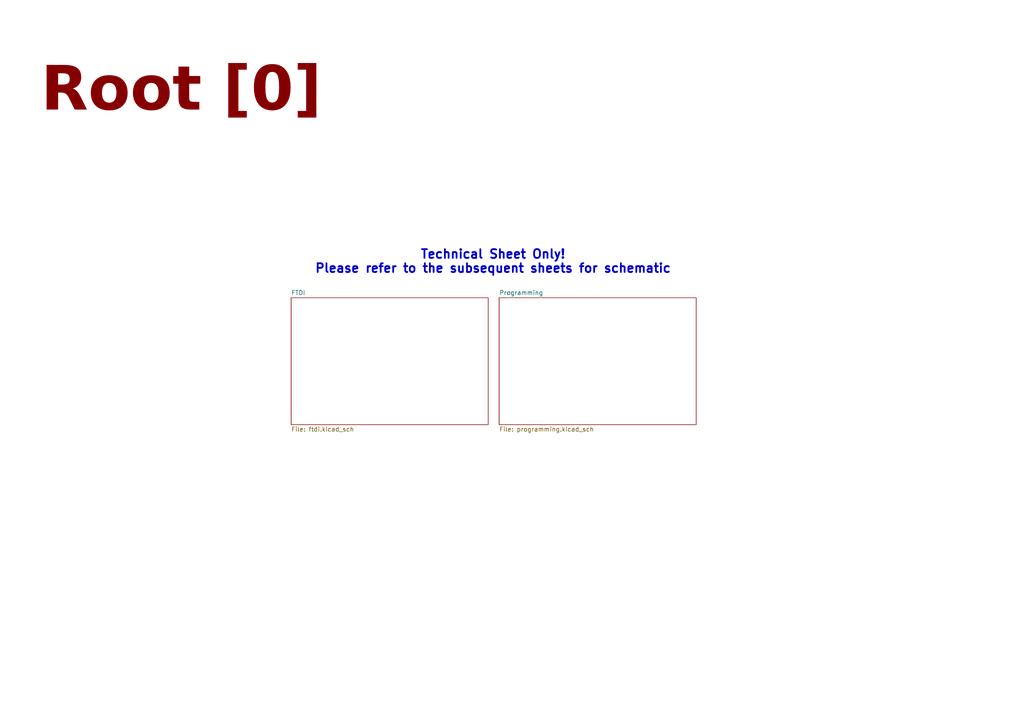
<source format=kicad_sch>
(kicad_sch
	(version 20250114)
	(generator "eeschema")
	(generator_version "9.0")
	(uuid "bf4c7add-afdd-49ae-8526-dc9319b37898")
	(paper "A4")
	(title_block
		(title "VoxSense Sensor Board Programmer - Root")
		(date "2025-12-09")
		(rev "1.0")
		(company "Czech Technical University in Prague")
	)
	(lib_symbols)
	(text "Technical Sheet Only!\nPlease refer to the subsequent sheets for schematic"
		(exclude_from_sim no)
		(at 143.002 75.946 0)
		(effects
			(font
				(size 2.54 2.54)
				(thickness 0.508)
				(bold yes)
			)
		)
		(uuid "2e79260d-4ed4-4a25-b7ff-0c22d7ebc8ce")
	)
	(text "Root [0]"
		(exclude_from_sim no)
		(at 52.578 29.972 0)
		(effects
			(font
				(face "Arial")
				(size 12.7 12.7)
				(thickness 0.762)
				(bold yes)
				(color 132 0 0 1)
			)
		)
		(uuid "b899e26e-5afa-4578-9e15-368ffd4373e9")
	)
	(sheet
		(at 84.455 86.36)
		(size 57.15 36.83)
		(exclude_from_sim no)
		(in_bom yes)
		(on_board yes)
		(dnp no)
		(fields_autoplaced yes)
		(stroke
			(width 0.1524)
			(type solid)
		)
		(fill
			(color 0 0 0 0.0000)
		)
		(uuid "0b64b7e4-c74c-4e99-b0a4-1d7968ef430c")
		(property "Sheetname" "FTDI"
			(at 84.455 85.6484 0)
			(effects
				(font
					(size 1.27 1.27)
				)
				(justify left bottom)
			)
		)
		(property "Sheetfile" "ftdi.kicad_sch"
			(at 84.455 123.7746 0)
			(effects
				(font
					(size 1.27 1.27)
				)
				(justify left top)
			)
		)
		(instances
			(project "Programmer_Board"
				(path "/bf4c7add-afdd-49ae-8526-dc9319b37898"
					(page "2")
				)
			)
		)
	)
	(sheet
		(at 144.78 86.36)
		(size 57.15 36.83)
		(exclude_from_sim no)
		(in_bom yes)
		(on_board yes)
		(dnp no)
		(fields_autoplaced yes)
		(stroke
			(width 0.1524)
			(type solid)
		)
		(fill
			(color 0 0 0 0.0000)
		)
		(uuid "4d97b358-2a37-4f83-8009-a820559e7abf")
		(property "Sheetname" "Programming"
			(at 144.78 85.6484 0)
			(effects
				(font
					(size 1.27 1.27)
				)
				(justify left bottom)
			)
		)
		(property "Sheetfile" "programming.kicad_sch"
			(at 144.78 123.7746 0)
			(effects
				(font
					(size 1.27 1.27)
				)
				(justify left top)
			)
		)
		(instances
			(project "Programmer_Board"
				(path "/bf4c7add-afdd-49ae-8526-dc9319b37898"
					(page "1")
				)
			)
		)
	)
	(sheet_instances
		(path "/"
			(page "0")
		)
	)
	(embedded_fonts no)
)

</source>
